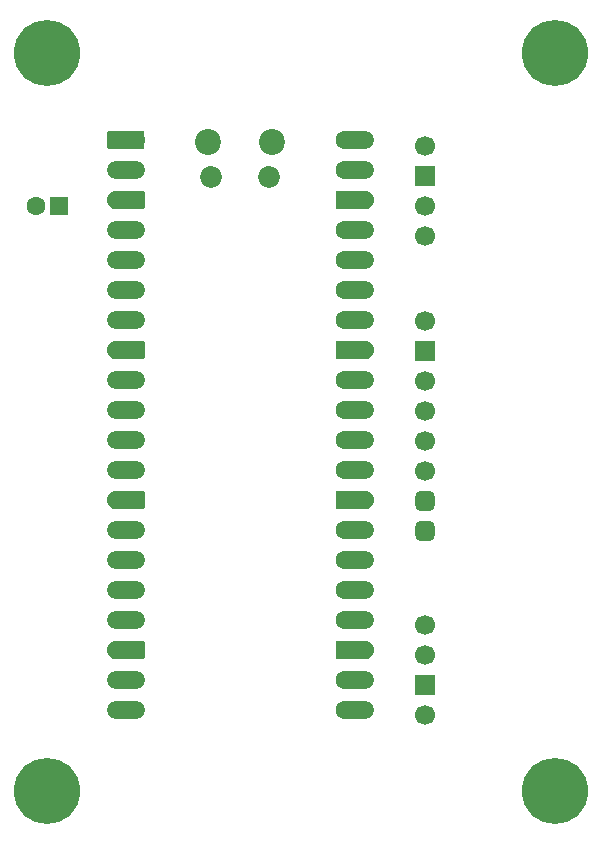
<source format=gbr>
%TF.GenerationSoftware,KiCad,Pcbnew,9.0.1*%
%TF.CreationDate,2025-08-21T16:33:30-04:00*%
%TF.ProjectId,SensorBox,53656e73-6f72-4426-9f78-2e6b69636164,rev?*%
%TF.SameCoordinates,Original*%
%TF.FileFunction,Soldermask,Top*%
%TF.FilePolarity,Negative*%
%FSLAX46Y46*%
G04 Gerber Fmt 4.6, Leading zero omitted, Abs format (unit mm)*
G04 Created by KiCad (PCBNEW 9.0.1) date 2025-08-21 16:33:30*
%MOMM*%
%LPD*%
G01*
G04 APERTURE LIST*
G04 Aperture macros list*
%AMRoundRect*
0 Rectangle with rounded corners*
0 $1 Rounding radius*
0 $2 $3 $4 $5 $6 $7 $8 $9 X,Y pos of 4 corners*
0 Add a 4 corners polygon primitive as box body*
4,1,4,$2,$3,$4,$5,$6,$7,$8,$9,$2,$3,0*
0 Add four circle primitives for the rounded corners*
1,1,$1+$1,$2,$3*
1,1,$1+$1,$4,$5*
1,1,$1+$1,$6,$7*
1,1,$1+$1,$8,$9*
0 Add four rect primitives between the rounded corners*
20,1,$1+$1,$2,$3,$4,$5,0*
20,1,$1+$1,$4,$5,$6,$7,0*
20,1,$1+$1,$6,$7,$8,$9,0*
20,1,$1+$1,$8,$9,$2,$3,0*%
%AMFreePoly0*
4,1,37,0.800000,0.796148,0.878414,0.796148,1.032228,0.765552,1.177117,0.705537,1.307515,0.618408,1.418408,0.507515,1.505537,0.377117,1.565552,0.232228,1.596148,0.078414,1.596148,-0.078414,1.565552,-0.232228,1.505537,-0.377117,1.418408,-0.507515,1.307515,-0.618408,1.177117,-0.705537,1.032228,-0.765552,0.878414,-0.796148,0.800000,-0.796148,0.800000,-0.800000,-1.400000,-0.800000,
-1.403843,-0.796157,-1.439018,-0.796157,-1.511114,-0.766294,-1.566294,-0.711114,-1.596157,-0.639018,-1.596157,-0.603843,-1.600000,-0.600000,-1.600000,0.600000,-1.596157,0.603843,-1.596157,0.639018,-1.566294,0.711114,-1.511114,0.766294,-1.439018,0.796157,-1.403843,0.796157,-1.400000,0.800000,0.800000,0.800000,0.800000,0.796148,0.800000,0.796148,$1*%
%AMFreePoly1*
4,1,37,1.403843,0.796157,1.439018,0.796157,1.511114,0.766294,1.566294,0.711114,1.596157,0.639018,1.596157,0.603843,1.600000,0.600000,1.600000,-0.600000,1.596157,-0.603843,1.596157,-0.639018,1.566294,-0.711114,1.511114,-0.766294,1.439018,-0.796157,1.403843,-0.796157,1.400000,-0.800000,-0.800000,-0.800000,-0.800000,-0.796148,-0.878414,-0.796148,-1.032228,-0.765552,-1.177117,-0.705537,
-1.307515,-0.618408,-1.418408,-0.507515,-1.505537,-0.377117,-1.565552,-0.232228,-1.596148,-0.078414,-1.596148,0.078414,-1.565552,0.232228,-1.505537,0.377117,-1.418408,0.507515,-1.307515,0.618408,-1.177117,0.705537,-1.032228,0.765552,-0.878414,0.796148,-0.800000,0.796148,-0.800000,0.800000,1.400000,0.800000,1.403843,0.796157,1.403843,0.796157,$1*%
%AMFreePoly2*
4,1,37,0.603843,0.796157,0.639018,0.796157,0.711114,0.766294,0.766294,0.711114,0.796157,0.639018,0.796157,0.603843,0.800000,0.600000,0.800000,-0.600000,0.796157,-0.603843,0.796157,-0.639018,0.766294,-0.711114,0.711114,-0.766294,0.639018,-0.796157,0.603843,-0.796157,0.600000,-0.800000,0.000000,-0.800000,0.000000,-0.796148,-0.078414,-0.796148,-0.232228,-0.765552,-0.377117,-0.705537,
-0.507515,-0.618408,-0.618408,-0.507515,-0.705537,-0.377117,-0.765552,-0.232228,-0.796148,-0.078414,-0.796148,0.078414,-0.765552,0.232228,-0.705537,0.377117,-0.618408,0.507515,-0.507515,0.618408,-0.377117,0.705537,-0.232228,0.765552,-0.078414,0.796148,0.000000,0.796148,0.000000,0.800000,0.600000,0.800000,0.603843,0.796157,0.603843,0.796157,$1*%
%AMFreePoly3*
4,1,37,0.000000,0.796148,0.078414,0.796148,0.232228,0.765552,0.377117,0.705537,0.507515,0.618408,0.618408,0.507515,0.705537,0.377117,0.765552,0.232228,0.796148,0.078414,0.796148,-0.078414,0.765552,-0.232228,0.705537,-0.377117,0.618408,-0.507515,0.507515,-0.618408,0.377117,-0.705537,0.232228,-0.765552,0.078414,-0.796148,0.000000,-0.796148,0.000000,-0.800000,-0.600000,-0.800000,
-0.603843,-0.796157,-0.639018,-0.796157,-0.711114,-0.766294,-0.766294,-0.711114,-0.796157,-0.639018,-0.796157,-0.603843,-0.800000,-0.600000,-0.800000,0.600000,-0.796157,0.603843,-0.796157,0.639018,-0.766294,0.711114,-0.711114,0.766294,-0.639018,0.796157,-0.603843,0.796157,-0.600000,0.800000,0.000000,0.800000,0.000000,0.796148,0.000000,0.796148,$1*%
G04 Aperture macros list end*
%ADD10C,1.600000*%
%ADD11R,1.600000X1.600000*%
%ADD12C,3.600000*%
%ADD13C,5.600000*%
%ADD14C,2.200000*%
%ADD15C,1.850000*%
%ADD16FreePoly0,0.000000*%
%ADD17RoundRect,0.200000X-0.600000X-0.600000X0.600000X-0.600000X0.600000X0.600000X-0.600000X0.600000X0*%
%ADD18RoundRect,0.800000X-0.800000X-0.000010X0.800000X-0.000010X0.800000X0.000010X-0.800000X0.000010X0*%
%ADD19FreePoly1,0.000000*%
%ADD20FreePoly2,0.000000*%
%ADD21FreePoly3,0.000000*%
%ADD22C,1.700000*%
%ADD23R,1.700000X1.700000*%
%ADD24RoundRect,0.500000X-0.350000X-0.350000X0.350000X-0.350000X0.350000X0.350000X-0.350000X0.350000X0*%
G04 APERTURE END LIST*
D10*
%TO.C,C1*%
X97000000Y-74000000D03*
D11*
X99000000Y-74000000D03*
%TD*%
D12*
%TO.C,H4*%
X98000000Y-123500000D03*
D13*
X98000000Y-123500000D03*
%TD*%
D12*
%TO.C,H3*%
X98000000Y-61000000D03*
D13*
X98000000Y-61000000D03*
%TD*%
D12*
%TO.C,H2*%
X141000000Y-123500000D03*
D13*
X141000000Y-123500000D03*
%TD*%
D12*
%TO.C,H1*%
X141000000Y-61000000D03*
D13*
X141000000Y-61000000D03*
%TD*%
D14*
%TO.C,A1*%
X111585000Y-68530000D03*
D15*
X111885000Y-71560000D03*
X116735000Y-71560000D03*
D14*
X117035000Y-68530000D03*
D16*
X104620000Y-68400000D03*
D17*
X105420000Y-68400000D03*
D18*
X104620000Y-70940000D03*
D10*
X105420000Y-70940000D03*
D19*
X104620000Y-73480000D03*
D20*
X105420000Y-73480000D03*
D18*
X104620000Y-76020000D03*
D10*
X105420000Y-76020000D03*
D18*
X104620000Y-78560000D03*
D10*
X105420000Y-78560000D03*
D18*
X104620000Y-81100000D03*
D10*
X105420000Y-81100000D03*
D18*
X104620000Y-83640000D03*
D10*
X105420000Y-83640000D03*
D19*
X104620000Y-86180000D03*
D20*
X105420000Y-86180000D03*
D18*
X104620000Y-88720000D03*
D10*
X105420000Y-88720000D03*
D18*
X104620000Y-91260000D03*
D10*
X105420000Y-91260000D03*
D18*
X104620000Y-93800000D03*
D10*
X105420000Y-93800000D03*
D18*
X104620000Y-96340000D03*
D10*
X105420000Y-96340000D03*
D19*
X104620000Y-98880000D03*
D20*
X105420000Y-98880000D03*
D18*
X104620000Y-101420000D03*
D10*
X105420000Y-101420000D03*
D18*
X104620000Y-103960000D03*
D10*
X105420000Y-103960000D03*
D18*
X104620000Y-106500000D03*
D10*
X105420000Y-106500000D03*
D18*
X104620000Y-109040000D03*
D10*
X105420000Y-109040000D03*
D19*
X104620000Y-111580000D03*
D20*
X105420000Y-111580000D03*
D18*
X104620000Y-114120000D03*
D10*
X105420000Y-114120000D03*
D18*
X104620000Y-116660000D03*
D10*
X105420000Y-116660000D03*
X123200000Y-116660000D03*
D18*
X124000000Y-116660000D03*
D10*
X123200000Y-114120000D03*
D18*
X124000000Y-114120000D03*
D21*
X123200000Y-111580000D03*
D16*
X124000000Y-111580000D03*
D10*
X123200000Y-109040000D03*
D18*
X124000000Y-109040000D03*
D10*
X123200000Y-106500000D03*
D18*
X124000000Y-106500000D03*
D10*
X123200000Y-103960000D03*
D18*
X124000000Y-103960000D03*
D10*
X123200000Y-101420000D03*
D18*
X124000000Y-101420000D03*
D21*
X123200000Y-98880000D03*
D16*
X124000000Y-98880000D03*
D10*
X123200000Y-96340000D03*
D18*
X124000000Y-96340000D03*
D10*
X123200000Y-93800000D03*
D18*
X124000000Y-93800000D03*
D10*
X123200000Y-91260000D03*
D18*
X124000000Y-91260000D03*
D10*
X123200000Y-88720000D03*
D18*
X124000000Y-88720000D03*
D21*
X123200000Y-86180000D03*
D16*
X124000000Y-86180000D03*
D10*
X123200000Y-83640000D03*
D18*
X124000000Y-83640000D03*
D10*
X123200000Y-81100000D03*
D18*
X124000000Y-81100000D03*
D10*
X123200000Y-78560000D03*
D18*
X124000000Y-78560000D03*
D10*
X123200000Y-76020000D03*
D18*
X124000000Y-76020000D03*
D21*
X123200000Y-73480000D03*
D16*
X124000000Y-73480000D03*
D10*
X123200000Y-70940000D03*
D18*
X124000000Y-70940000D03*
D10*
X123200000Y-68400000D03*
D18*
X124000000Y-68400000D03*
%TD*%
D22*
%TO.C,J2*%
X130000000Y-68880000D03*
D23*
X130000000Y-71420000D03*
D22*
X130000000Y-73960000D03*
X130000000Y-76500000D03*
%TD*%
%TO.C,J3*%
X130000000Y-83760000D03*
D23*
X130000000Y-86300000D03*
D22*
X130000000Y-88840000D03*
X130000000Y-91380000D03*
X130000000Y-93920000D03*
X130000000Y-96460000D03*
D24*
X130000000Y-99000000D03*
X130000000Y-101540000D03*
%TD*%
D22*
%TO.C,J1*%
X130000000Y-109460000D03*
X130000000Y-112000000D03*
D23*
X130000000Y-114540000D03*
D22*
X130000000Y-117080000D03*
%TD*%
M02*

</source>
